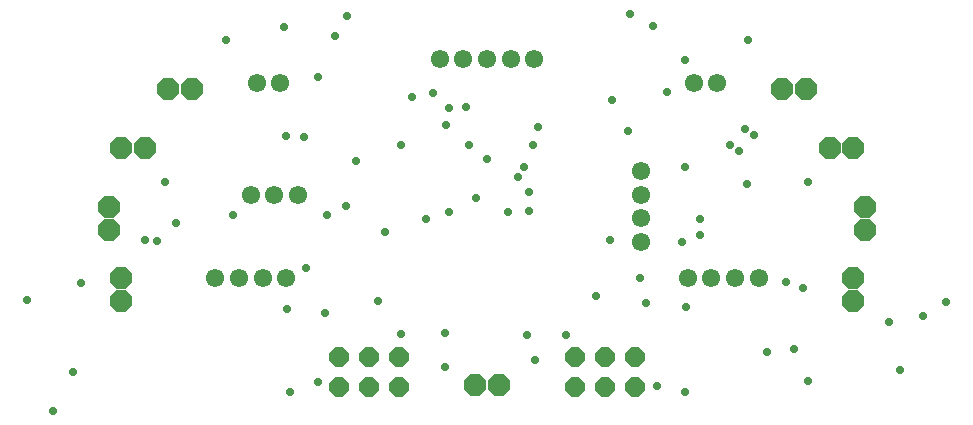
<source format=gbr>
G04 EAGLE Gerber X2 export*
G04 #@! %TF.Part,Single*
G04 #@! %TF.FileFunction,Soldermask,Bot,1*
G04 #@! %TF.FilePolarity,Negative*
G04 #@! %TF.GenerationSoftware,Autodesk,EAGLE,8.6.0*
G04 #@! %TF.CreationDate,2018-03-08T00:53:42Z*
G75*
%MOMM*%
%FSLAX34Y34*%
%LPD*%
%AMOC8*
5,1,8,0,0,1.08239X$1,22.5*%
G01*
%ADD10P,1.787026X8X202.600000*%
%ADD11C,1.549400*%
%ADD12P,1.787026X8X22.500000*%
%ADD13P,1.951982X8X202.500000*%
%ADD14P,1.951982X8X112.500000*%
%ADD15P,1.951982X8X292.500000*%
%ADD16C,0.731000*%


D10*
X475380Y162782D03*
X475425Y137382D03*
X449980Y162738D03*
X450025Y137338D03*
X424580Y162694D03*
X424625Y137294D03*
D11*
X320000Y230000D03*
X340000Y230000D03*
X360000Y230000D03*
X380000Y230000D03*
D12*
X624635Y137302D03*
X624635Y162702D03*
X650035Y137302D03*
X650035Y162702D03*
X675435Y137302D03*
X675435Y162702D03*
D11*
X720000Y230000D03*
X740000Y230000D03*
X760000Y230000D03*
X780000Y230000D03*
D13*
X560100Y139200D03*
X540100Y139200D03*
D11*
X510000Y415000D03*
X530000Y415000D03*
X550000Y415000D03*
X570000Y415000D03*
X590000Y415000D03*
X680000Y260000D03*
X680000Y280000D03*
X680000Y300000D03*
X680000Y320000D03*
X390000Y300000D03*
X370000Y300000D03*
X350000Y300000D03*
D13*
X260000Y340000D03*
X240000Y340000D03*
X300000Y390000D03*
X280000Y390000D03*
X860000Y340000D03*
X840000Y340000D03*
X820000Y390000D03*
X800000Y390000D03*
D14*
X230000Y270000D03*
X230000Y290000D03*
X240000Y210000D03*
X240000Y230000D03*
D15*
X870000Y290000D03*
X870000Y270000D03*
X860000Y230000D03*
X860000Y210000D03*
D11*
X355000Y395000D03*
X375000Y395000D03*
X725000Y395000D03*
X745000Y395000D03*
D16*
X730100Y279300D03*
X817800Y220900D03*
X654200Y262200D03*
X517500Y285100D03*
X430500Y290600D03*
X463300Y268900D03*
X567600Y285100D03*
X821800Y142400D03*
X809900Y169800D03*
X486300Y383200D03*
X532500Y374200D03*
X517500Y373800D03*
X655700Y380000D03*
X786900Y167300D03*
X803200Y226300D03*
X729900Y266300D03*
X476900Y182400D03*
X514800Y182700D03*
X583500Y181100D03*
X617000Y181400D03*
X718400Y205400D03*
X380800Y203400D03*
X396300Y238300D03*
X679800Y229200D03*
X498200Y279300D03*
X585600Y302600D03*
X550100Y330300D03*
X383300Y133200D03*
X412600Y199900D03*
X457700Y210100D03*
X514400Y154500D03*
X642300Y214400D03*
X717300Y133000D03*
X684400Y208300D03*
X590900Y160600D03*
X406900Y141400D03*
X693800Y137900D03*
X504100Y386500D03*
X477000Y342500D03*
X438900Y328500D03*
X593300Y357500D03*
X414300Y282900D03*
X334700Y282900D03*
X260000Y262000D03*
X540600Y297500D03*
X588700Y342400D03*
X406500Y399600D03*
X514900Y359500D03*
X534600Y342300D03*
X379500Y349500D03*
X394900Y349100D03*
X889900Y192200D03*
X714700Y260100D03*
X585800Y286000D03*
X286900Y275900D03*
X270200Y261200D03*
X329000Y431100D03*
X378300Y441800D03*
X421600Y434700D03*
X276900Y311300D03*
X822100Y311300D03*
X770700Y431400D03*
X690500Y442900D03*
X717600Y414200D03*
X199800Y149800D03*
X206000Y225300D03*
X899900Y151900D03*
X919100Y197800D03*
X160900Y210900D03*
X938400Y209200D03*
X670600Y453300D03*
X431800Y451100D03*
X182600Y117400D03*
X755500Y342300D03*
X768300Y355800D03*
X581600Y323900D03*
X763300Y337000D03*
X775700Y350400D03*
X576600Y315500D03*
X669300Y354000D03*
X702600Y387300D03*
X717400Y323400D03*
X770000Y309200D03*
M02*

</source>
